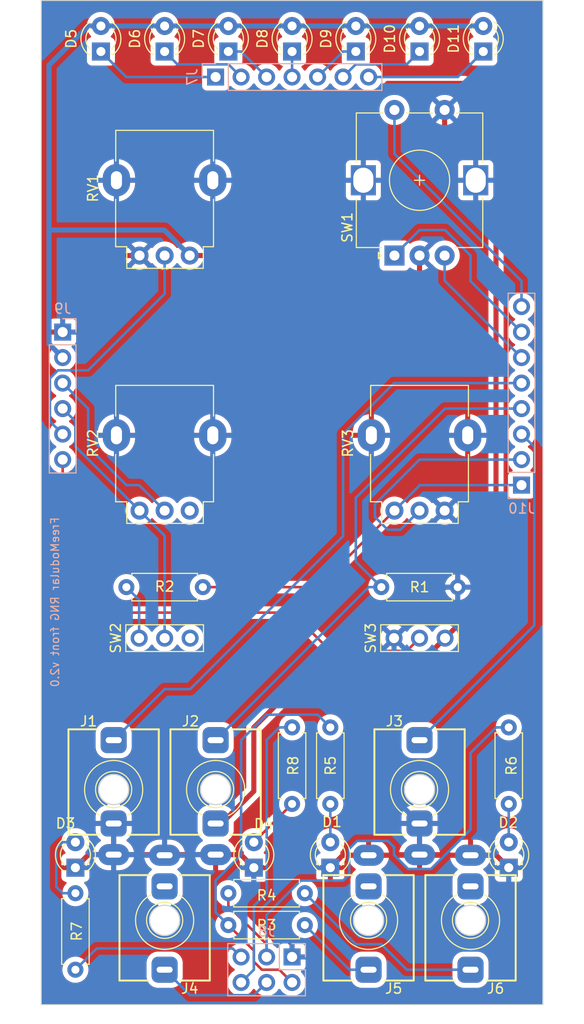
<source format=kicad_pcb>
(kicad_pcb (version 20221018) (generator pcbnew)
  (title_block (title "RNG") (date "2023-04-23") (rev "v2.0") (company "FreeModular"))
  (layers (0 "F.Cu" signal) (31 "B.Cu" signal) (34 "B.Paste" user) (35 "F.Paste" user) (36 "B.SilkS" user "B.Silkscreen") (37 "F.SilkS" user "F.Silkscreen") (38 "B.Mask" user) (39 "F.Mask" user) (44 "Edge.Cuts" user))
  (net 0 "")
  (net 1 "+5V")
  (net 2 "POT_RANDOM")
  (net 3 "GND")
  (net 5 "GAIN_B")
  (net 6 "GAIN_A")
  (net 7 "POT_BIAS")
  (net 8 "VREF_-5")
  (net 9 "RE_A")
  (net 10 "RE_B")
  (net 11 "RE_SWITCH")
  (net 12 "Net-(SW2-A)")
  (net 13 "TRIG_SWTICH")
  (net 14 "Net-(D1-A)")
  (net 15 "Net-(D2-A)")
  (net 16 "Net-(D3-A)")
  (net 17 "Net-(D4-A)")
  (net 18 "Net-(D5-K)")
  (net 19 "Net-(D6-K)")
  (net 20 "Net-(D7-K)")
  (net 21 "Net-(D8-K)")
  (net 22 "Net-(D9-K)")
  (net 23 "Net-(D10-K)")
  (net 24 "Net-(D11-K)")
  (net 25 "INPUT_CV_CLOCK")
  (net 26 "INPUT_CV_ENABLE")
  (net 27 "INPUT_CV_BIAS")
  (net 29 "RANDOM_OUT")
  (net 31 "Net-(J5-Pad3)")
  (net 33 "Net-(J6-Pad3)")
  (net 34 "GATE_A_OUT")
  (net 35 "GATE_B_OUT")
  (net 36 "TRIG_IN_LED")
  (net 37 "ENABLED_LED")
  (footprint "LED_THT:LED_D3.0mm" (layer "F.Cu") (at 54.61 137.16 90)
    (fp_text reference "D1" (at 4.554553 0.161669 180) (layer "F.SilkS"))
    (fp_text value "LED")
    (pad "1" thru_hole rect (at 0 0 90) (size 1.8 1.8) (drill 0.9) (layers "*.Cu" "*.Mask") (net 3 "GND"))
    (pad "2" thru_hole circle (at 2.54 0 90) (size 1.8 1.8) (drill 0.9) (layers "*.Cu" "*.Mask") (net 14 "Net-(D1-A)"))
  )
  (footprint "FreeModualr:THONKICONN" (layer "F.Cu") (at 38.1 142.4 180)
    (fp_text reference "J4" (at -2.5 -6.8) (layer "F.SilkS"))
    (fp_text value "THONKICONN")
    (fp_circle (center 0 0) (end -1.5 0) (stroke (width 0.12)) (fill none) (layer "Edge.Cuts"))
    (pad "1" thru_hole oval (at 0 6.48 180) (size 3.1 2.1) (drill oval 1.6 0.6) (layers "*.Cu" "*.Mask") (net 3 "GND"))
    (pad "2" thru_hole roundrect (at 0 3.38 180) (size 2.6 2.6) (drill oval 1.6 0.6) (layers "*.Cu" "*.Mask"))
    (pad "3" thru_hole roundrect (at 0 -4.92 180) (size 2.6 2.6) (drill oval 1.6 0.6) (layers "*.Cu" "*.Mask") (net 29 "RANDOM_OUT"))
  )
  (footprint "FreeModualr:Alpha_Potentiometer_Grounded" (layer "F.Cu") (at 61 101.6 90)
    (fp_text reference "RV3" (at 6.71 -4.64 90) (layer "F.SilkS"))
    (fp_text value "Linear 50k")
    (pad "1" thru_hole circle (at 0 0 180) (size 1.8 1.8) (drill 1) (layers "*.Cu" "*.Mask") (net 8 "VREF_-5"))
    (pad "2" thru_hole circle (at 0 2.5 180) (size 1.8 1.8) (drill 1) (layers "*.Cu" "*.Mask") (net 7 "POT_BIAS"))
    (pad "3" thru_hole circle (at 0 5 180) (size 1.8 1.8) (drill 1) (layers "*.Cu" "*.Mask") (net 3 "GND"))
    (pad "MP" thru_hole oval (at 7.5 -2.3 180) (size 2.72 3.24) (drill oval 1.1 1.8) (layers "*.Cu" "*.Mask") (net 3 "GND"))
    (pad "MP" thru_hole oval (at 7.5 7.3 180) (size 2.72 3.24) (drill oval 1.1 1.8) (layers "*.Cu" "*.Mask") (net 3 "GND"))
  )
  (footprint "LED_THT:LED_D3.0mm" (layer "F.Cu") (at 46.99 137.16 90)
    (fp_text reference "D4" (at 4.329269 0.997337 180) (layer "F.SilkS"))
    (fp_text value "LED")
    (pad "1" thru_hole rect (at 0 0 90) (size 1.8 1.8) (drill 0.9) (layers "*.Cu" "*.Mask") (net 3 "GND"))
    (pad "2" thru_hole circle (at 2.54 0 90) (size 1.8 1.8) (drill 0.9) (layers "*.Cu" "*.Mask") (net 17 "Net-(D4-A)"))
  )
  (footprint "FreeModualr:THONKICONN" (layer "F.Cu") (at 68.58 142.4 180)
    (fp_text reference "J6" (at -2.5 -6.8) (layer "F.SilkS"))
    (fp_text value "THONKICONN")
    (fp_circle (center 0 0) (end -1.5 0) (stroke (width 0.12)) (fill none) (layer "Edge.Cuts"))
    (pad "1" thru_hole oval (at 0 6.48 180) (size 3.1 2.1) (drill oval 1.6 0.6) (layers "*.Cu" "*.Mask") (net 3 "GND"))
    (pad "2" thru_hole roundrect (at 0 3.38 180) (size 2.6 2.6) (drill oval 1.6 0.6) (layers "*.Cu" "*.Mask"))
    (pad "3" thru_hole roundrect (at 0 -4.92 180) (size 2.6 2.6) (drill oval 1.6 0.6) (layers "*.Cu" "*.Mask") (net 33 "Net-(J6-Pad3)"))
  )
  (footprint "Rotary_Encoder:RotaryEncoder_Alps_EC12E-Switch_Vertical_H20mm" (layer "F.Cu") (at 61 76.2 90)
    (fp_text reference "SW1" (at 2.8 -4.7 90) (layer "F.SilkS"))
    (fp_text value "RotaryEncoder_Switch")
    (pad "A" thru_hole rect (at 0 0 90) (size 2 2) (drill 1) (layers "*.Cu" "*.Mask") (net 9 "RE_A"))
    (pad "B" thru_hole circle (at 0 5 90) (size 2 2) (drill 1) (layers "*.Cu" "*.Mask") (net 10 "RE_B"))
    (pad "C" thru_hole circle (at 0 2.5 90) (size 2 2) (drill 1) (layers "*.Cu" "*.Mask") (net 3 "GND"))
    (pad "MP" thru_hole rect (at 7.5 -3.1 90) (size 3 2.5) (drill oval 2.5 2) (layers "*.Cu" "*.Mask") (net 3 "GND"))
    (pad "MP" thru_hole rect (at 7.5 8.1 90) (size 3 2.5) (drill oval 2.5 2) (layers "*.Cu" "*.Mask") (net 3 "GND"))
    (pad "S1" thru_hole circle (at 14.5 0 90) (size 2 2) (drill 1) (layers "*.Cu" "*.Mask") (net 11 "RE_SWITCH"))
    (pad "S2" thru_hole circle (at 14.5 5 90) (size 2 2) (drill 1) (layers "*.Cu" "*.Mask") (net 3 "GND"))
  )
  (footprint "Resistor_THT:R_Axial_DIN0207_L6.3mm_D2.5mm_P7.62mm_Horizontal" (layer "F.Cu") (at 59.69 109.22)
    (fp_text reference "R1" (at 3.81 0) (layer "F.SilkS"))
    (fp_text value "100k")
    (pad "1" thru_hole circle (at 0 0) (size 1.6 1.6) (drill 0.8) (layers "*.Cu" "*.Mask") (net 26 "INPUT_CV_ENABLE"))
    (pad "2" thru_hole oval (at 7.62 0) (size 1.6 1.6) (drill 0.8) (layers "*.Cu" "*.Mask") (net 3 "GND"))
  )
  (footprint "FreeModualr:Alpha_Potentiometer_Grounded" (layer "F.Cu") (at 35.6 76.2 90)
    (fp_text reference "RV1" (at 6.71 -4.64 90) (layer "F.SilkS"))
    (fp_text value "Linear 50k")
    (pad "1" thru_hole circle (at 0 0 180) (size 1.8 1.8) (drill 1) (layers "*.Cu" "*.Mask") (net 3 "GND"))
    (pad "2" thru_hole circle (at 0 2.5 180) (size 1.8 1.8) (drill 1) (layers "*.Cu" "*.Mask") (net 2 "POT_RANDOM"))
    (pad "3" thru_hole circle (at 0 5 180) (size 1.8 1.8) (drill 1) (layers "*.Cu" "*.Mask") (net 1 "+5V"))
    (pad "MP" thru_hole oval (at 7.5 -2.3 180) (size 2.72 3.24) (drill oval 1.1 1.8) (layers "*.Cu" "*.Mask") (net 3 "GND"))
    (pad "MP" thru_hole oval (at 7.5 7.3 180) (size 2.72 3.24) (drill oval 1.1 1.8) (layers "*.Cu" "*.Mask") (net 3 "GND"))
  )
  (footprint "LED_THT:LED_D3.0mm" (layer "F.Cu") (at 29.21 137.16 90)
    (fp_text reference "D3" (at 4.411259 -0.983878 180) (layer "F.SilkS"))
    (fp_text value "LED")
    (pad "1" thru_hole rect (at 0 0 90) (size 1.8 1.8) (drill 0.9) (layers "*.Cu" "*.Mask") (net 3 "GND"))
    (pad "2" thru_hole circle (at 2.54 0 90) (size 1.8 1.8) (drill 0.9) (layers "*.Cu" "*.Mask") (net 16 "Net-(D3-A)"))
  )
  (footprint "LED_THT:LED_D3.0mm" (layer "F.Cu") (at 63.5 55.88 90)
    (fp_text reference "D10" (at 1.27 -2.96 90) (layer "F.SilkS"))
    (fp_text value "LED")
    (pad "1" thru_hole rect (at 0 0 90) (size 1.8 1.8) (drill 0.9) (layers "*.Cu" "*.Mask") (net 23 "Net-(D10-K)"))
    (pad "2" thru_hole circle (at 2.54 0 90) (size 1.8 1.8) (drill 0.9) (layers "*.Cu" "*.Mask") (net 1 "+5V"))
  )
  (footprint "Resistor_THT:R_Axial_DIN0207_L6.3mm_D2.5mm_P7.62mm_Horizontal" (layer "F.Cu") (at 72.39 123.19 -90)
    (fp_text reference "R6" (at 3.81 -0.265 90) (layer "F.SilkS"))
    (fp_text value "1k")
    (pad "1" thru_hole circle (at 0 0 270) (size 1.6 1.6) (drill 0.8) (layers "*.Cu" "*.Mask") (net 35 "GATE_B_OUT"))
    (pad "2" thru_hole oval (at 7.62 0 270) (size 1.6 1.6) (drill 0.8) (layers "*.Cu" "*.Mask") (net 15 "Net-(D2-A)"))
  )
  (footprint "Resistor_THT:R_Axial_DIN0207_L6.3mm_D2.5mm_P7.62mm_Horizontal" (layer "F.Cu") (at 50.8 123.19 -90)
    (fp_text reference "R8" (at 3.81 -0.11 90) (layer "F.SilkS"))
    (fp_text value "1k")
    (pad "1" thru_hole circle (at 0 0 270) (size 1.6 1.6) (drill 0.8) (layers "*.Cu" "*.Mask") (net 37 "ENABLED_LED"))
    (pad "2" thru_hole oval (at 7.62 0 270) (size 1.6 1.6) (drill 0.8) (layers "*.Cu" "*.Mask") (net 17 "Net-(D4-A)"))
  )
  (footprint "Resistor_THT:R_Axial_DIN0207_L6.3mm_D2.5mm_P7.62mm_Horizontal" (layer "F.Cu") (at 41.91 109.22 180)
    (fp_text reference "R2" (at 3.81 0.06) (layer "F.SilkS"))
    (fp_text value "100k")
    (pad "1" thru_hole circle (at 0 0 180) (size 1.6 1.6) (drill 0.8) (layers "*.Cu" "*.Mask") (net 8 "VREF_-5"))
    (pad "2" thru_hole oval (at 7.62 0 180) (size 1.6 1.6) (drill 0.8) (layers "*.Cu" "*.Mask") (net 12 "Net-(SW2-A)"))
  )
  (footprint "LED_THT:LED_D3.0mm" (layer "F.Cu") (at 38.1 55.88 90)
    (fp_text reference "D6" (at 1.27 -2.96 90) (layer "F.SilkS"))
    (fp_text value "LED")
    (pad "1" thru_hole rect (at 0 0 90) (size 1.8 1.8) (drill 0.9) (layers "*.Cu" "*.Mask") (net 19 "Net-(D6-K)"))
    (pad "2" thru_hole circle (at 2.54 0 90) (size 1.8 1.8) (drill 0.9) (layers "*.Cu" "*.Mask") (net 1 "+5V"))
  )
  (footprint "FreeModualr:THONKICONN" (layer "F.Cu") (at 33.02 129.38)
    (fp_text reference "J1" (at -2.5 -6.8) (layer "F.SilkS"))
    (fp_text value "THONKICONN")
    (fp_circle (center 0 0) (end -1.5 0) (stroke (width 0.12)) (fill none) (layer "Edge.Cuts"))
    (pad "1" thru_hole oval (at 0 6.48) (size 3.1 2.1) (drill oval 1.6 0.6) (layers "*.Cu" "*.Mask") (net 3 "GND"))
    (pad "2" thru_hole roundrect (at 0 3.38) (size 2.6 2.6) (drill oval 1.6 0.6) (layers "*.Cu" "*.Mask") (net 3 "GND"))
    (pad "3" thru_hole roundrect (at 0 -4.92) (size 2.6 2.6) (drill oval 1.6 0.6) (layers "*.Cu" "*.Mask") (net 25 "INPUT_CV_CLOCK"))
  )
  (footprint "FreeModualr:Alpha_Potentiometer_Grounded" (layer "F.Cu") (at 35.6 101.6 90)
    (fp_text reference "RV2" (at 6.71 -4.64 90) (layer "F.SilkS"))
    (fp_text value "Linear 50k")
    (pad "1" thru_hole circle (at 0 0 180) (size 1.8 1.8) (drill 1) (layers "*.Cu" "*.Mask") (net 6 "GAIN_A"))
    (pad "2" thru_hole circle (at 0 2.5 180) (size 1.8 1.8) (drill 1) (layers "*.Cu" "*.Mask") (net 5 "GAIN_B"))
    (pad "3" thru_hole circle (at 0 5 180) (size 1.8 1.8) (drill 1) (layers "*.Cu" "*.Mask"))
    (pad "MP" thru_hole oval (at 7.5 -2.3 180) (size 2.72 3.24) (drill oval 1.1 1.8) (layers "*.Cu" "*.Mask") (net 3 "GND"))
    (pad "MP" thru_hole oval (at 7.5 7.3 180) (size 2.72 3.24) (drill oval 1.1 1.8) (layers "*.Cu" "*.Mask") (net 3 "GND"))
  )
  (footprint "LED_THT:LED_D3.0mm" (layer "F.Cu") (at 31.75 55.88 90)
    (fp_text reference "D5" (at 1.27 -2.96 90) (layer "F.SilkS"))
    (fp_text value "LED")
    (pad "1" thru_hole rect (at 0 0 90) (size 1.8 1.8) (drill 0.9) (layers "*.Cu" "*.Mask") (net 18 "Net-(D5-K)"))
    (pad "2" thru_hole circle (at 2.54 0 90) (size 1.8 1.8) (drill 0.9) (layers "*.Cu" "*.Mask") (net 1 "+5V"))
  )
  (footprint "LED_THT:LED_D3.0mm" (layer "F.Cu") (at 72.39 137.16 90)
    (fp_text reference "D2" (at 4.493249 -0.051703 180) (layer "F.SilkS"))
    (fp_text value "LED")
    (pad "1" thru_hole rect (at 0 0 90) (size 1.8 1.8) (drill 0.9) (layers "*.Cu" "*.Mask") (net 3 "GND"))
    (pad "2" thru_hole circle (at 2.54 0 90) (size 1.8 1.8) (drill 0.9) (layers "*.Cu" "*.Mask") (net 15 "Net-(D2-A)"))
  )
  (footprint "Resistor_THT:R_Axial_DIN0207_L6.3mm_D2.5mm_P7.62mm_Horizontal" (layer "F.Cu") (at 44.45 139.7)
    (fp_text reference "R4" (at 3.81 0.215) (layer "F.SilkS"))
    (fp_text value "1k")
    (pad "1" thru_hole circle (at 0 0) (size 1.6 1.6) (drill 0.8) (layers "*.Cu" "*.Mask") (net 35 "GATE_B_OUT"))
    (pad "2" thru_hole oval (at 7.62 0) (size 1.6 1.6) (drill 0.8) (layers "*.Cu" "*.Mask") (net 33 "Net-(J6-Pad3)"))
  )
  (footprint "LED_THT:LED_D3.0mm" (layer "F.Cu") (at 69.85 55.88 90)
    (fp_text reference "D11" (at 1.27 -2.96 90) (layer "F.SilkS"))
    (fp_text value "LED")
    (pad "1" thru_hole rect (at 0 0 90) (size 1.8 1.8) (drill 0.9) (layers "*.Cu" "*.Mask") (net 24 "Net-(D11-K)"))
    (pad "2" thru_hole circle (at 2.54 0 90) (size 1.8 1.8) (drill 0.9) (layers "*.Cu" "*.Mask") (net 1 "+5V"))
  )
  (footprint "Resistor_THT:R_Axial_DIN0207_L6.3mm_D2.5mm_P7.62mm_Horizontal" (layer "F.Cu") (at 44.45 142.875)
    (fp_text reference "R3" (at 3.81 0) (layer "F.SilkS"))
    (fp_text value "1k")
    (pad "1" thru_hole circle (at 0 0) (size 1.6 1.6) (drill 0.8) (layers "*.Cu" "*.Mask") (net 34 "GATE_A_OUT"))
    (pad "2" thru_hole oval (at 7.62 0) (size 1.6 1.6) (drill 0.8) (layers "*.Cu" "*.Mask") (net 31 "Net-(J5-Pad3)"))
  )
  (footprint "FreeModualr:THONKICONN" (layer "F.Cu") (at 58.42 142.4 180)
    (fp_text reference "J5" (at -2.5 -6.8) (layer "F.SilkS"))
    (fp_text value "THONKICONN")
    (fp_circle (center 0 0) (end -1.5 0) (stroke (width 0.12)) (fill none) (layer "Edge.Cuts"))
    (pad "1" thru_hole oval (at 0 6.48 180) (size 3.1 2.1) (drill oval 1.6 0.6) (layers "*.Cu" "*.Mask") (net 3 "GND"))
    (pad "2" thru_hole roundrect (at 0 3.38 180) (size 2.6 2.6) (drill oval 1.6 0.6) (layers "*.Cu" "*.Mask"))
    (pad "3" thru_hole roundrect (at 0 -4.92 180) (size 2.6 2.6) (drill oval 1.6 0.6) (layers "*.Cu" "*.Mask") (net 31 "Net-(J5-Pad3)"))
  )
  (footprint "LED_THT:LED_D3.0mm" (layer "F.Cu") (at 50.8 55.88 90)
    (fp_text reference "D8" (at 1.27 -2.96 90) (layer "F.SilkS"))
    (fp_text value "LED")
    (pad "1" thru_hole rect (at 0 0 90) (size 1.8 1.8) (drill 0.9) (layers "*.Cu" "*.Mask") (net 21 "Net-(D8-K)"))
    (pad "2" thru_hole circle (at 2.54 0 90) (size 1.8 1.8) (drill 0.9) (layers "*.Cu" "*.Mask") (net 1 "+5V"))
  )
  (footprint "Resistor_THT:R_Axial_DIN0207_L6.3mm_D2.5mm_P7.62mm_Horizontal" (layer "F.Cu") (at 54.61 123.19 -90)
    (fp_text reference "R5" (at 3.81 -0.025 90) (layer "F.SilkS"))
    (fp_text value "1k")
    (pad "1" thru_hole circle (at 0 0 270) (size 1.6 1.6) (drill 0.8) (layers "*.Cu" "*.Mask") (net 34 "GATE_A_OUT"))
    (pad "2" thru_hole oval (at 7.62 0 270) (size 1.6 1.6) (drill 0.8) (layers "*.Cu" "*.Mask") (net 14 "Net-(D1-A)"))
  )
  (footprint "FreeModualr:THONKICONN" (layer "F.Cu") (at 63.5 129.38)
    (fp_text reference "J3" (at -2.5 -6.8) (layer "F.SilkS"))
    (fp_text value "THONKICONN")
    (fp_circle (center 0 0) (end -1.5 0) (stroke (width 0.12)) (fill none) (layer "Edge.Cuts"))
    (pad "1" thru_hole oval (at 0 6.48) (size 3.1 2.1) (drill oval 1.6 0.6) (layers "*.Cu" "*.Mask") (net 3 "GND"))
    (pad "2" thru_hole roundrect (at 0 3.38) (size 2.6 2.6) (drill oval 1.6 0.6) (layers "*.Cu" "*.Mask") (net 3 "GND"))
    (pad "3" thru_hole roundrect (at 0 -4.92) (size 2.6 2.6) (drill oval 1.6 0.6) (layers "*.Cu" "*.Mask") (net 27 "INPUT_CV_BIAS"))
  )
  (footprint "LED_THT:LED_D3.0mm" (layer "F.Cu") (at 57.15 55.88 90)
    (fp_text reference "D9" (at 1.27 -2.96 90) (layer "F.SilkS"))
    (fp_text value "LED")
    (pad "1" thru_hole rect (at 0 0 90) (size 1.8 1.8) (drill 0.9) (layers "*.Cu" "*.Mask") (net 22 "Net-(D9-K)"))
    (pad "2" thru_hole circle (at 2.54 0 90) (size 1.8 1.8) (drill 0.9) (layers "*.Cu" "*.Mask") (net 1 "+5V"))
  )
  (footprint "FreeModualr:TAIWAY 200CWMSP1T3B4M2" (layer "F.Cu") (at 35.56 114.3 90)
    (fp_text reference "SW2" (at 0 -2.33 90) (layer "F.SilkS"))
    (fp_text value "TAIWAY 200CWMSP1T3B4M2")
    (pad "1" thru_hole circle (at 0 0 90) (size 1.7 1.7) (drill 1) (layers "*.Cu" "*.Mask") (net 12 "Net-(SW2-A)"))
    (pad "2" thru_hole oval (at 0 2.54 90) (size 1.7 1.7) (drill 1) (layers "*.Cu" "*.Mask") (net 6 "GAIN_A"))
    (pad "3" thru_hole oval (at 0 5.08 90) (size 1.7 1.7) (drill 1) (layers "*.Cu" "*.Mask"))
  )
  (footprint "LED_THT:LED_D3.0mm" (layer "F.Cu") (at 44.45 55.88 90)
    (fp_text reference "D7" (at 1.27 -2.96 90) (layer "F.SilkS"))
    (fp_text value "LED")
    (pad "1" thru_hole rect (at 0 0 90) (size 1.8 1.8) (drill 0.9) (layers "*.Cu" "*.Mask") (net 20 "Net-(D7-K)"))
    (pad "2" thru_hole circle (at 2.54 0 90) (size 1.8 1.8) (drill 0.9) (layers "*.Cu" "*.Mask") (net 1 "+5V"))
  )
  (footprint "Resistor_THT:R_Axial_DIN0207_L6.3mm_D2.5mm_P7.62mm_Horizontal" (layer "F.Cu") (at 29.21 147.32 90)
    (fp_text reference "R7" (at 3.81 0.13 90) (layer "F.SilkS"))
    (fp_text value "1k")
    (pad "1" thru_hole circle (at 0 0 90) (size 1.6 1.6) (drill 0.8) (layers "*.Cu" "*.Mask") (net 36 "TRIG_IN_LED"))
    (pad "2" thru_hole oval (at 7.62 0 90) (size 1.6 1.6) (drill 0.8) (layers "*.Cu" "*.Mask") (net 16 "Net-(D3-A)"))
  )
  (footprint "FreeModualr:THONKICONN" (layer "F.Cu") (at 43.18 129.38)
    (fp_text reference "J2" (at -2.5 -6.8) (layer "F.SilkS"))
    (fp_text value "THONKICONN")
    (fp_circle (center 0 0) (end -1.5 0) (stroke (width 0.12)) (fill none) (layer "Edge.Cuts"))
    (pad "1" thru_hole oval (at 0 6.48) (size 3.1 2.1) (drill oval 1.6 0.6) (layers "*.Cu" "*.Mask") (net 3 "GND"))
    (pad "2" thru_hole roundrect (at 0 3.38) (size 2.6 2.6) (drill oval 1.6 0.6) (layers "*.Cu" "*.Mask") (net 1 "+5V"))
    (pad "3" thru_hole roundrect (at 0 -4.92) (size 2.6 2.6) (drill oval 1.6 0.6) (layers "*.Cu" "*.Mask") (net 26 "INPUT_CV_ENABLE"))
  )
  (footprint "FreeModualr:TAIWAY 200CWMSP1T3B4M2" (layer "F.Cu") (at 60.96 114.3 90)
    (fp_text reference "SW3" (at 0 -2.33 90) (layer "F.SilkS"))
    (fp_text value "TAIWAY 200CWMSP1T3B4M2")
    (pad "1" thru_hole circle (at 0 0 90) (size 1.7 1.7) (drill 1) (layers "*.Cu" "*.Mask") (net 3 "GND"))
    (pad "2" thru_hole oval (at 0 2.54 90) (size 1.7 1.7) (drill 1) (layers "*.Cu" "*.Mask") (net 13 "TRIG_SWTICH"))
    (pad "3" thru_hole oval (at 0 5.08 90) (size 1.7 1.7) (drill 1) (layers "*.Cu" "*.Mask") (net 1 "+5V"))
  )
  (footprint "Connector_PinHeader_2.54mm:PinHeader_2x03_P2.54mm_Vertical" (layer "B.Cu") (at 50.8 146.05 90)
    (fp_text reference "J8" (at 2.54 -2.54) (layer "B.SilkS") (effects (justify mirror)))
    (fp_text value "Conn_02x03_Pin")
    (pad "1" thru_hole rect (at 0 0 90) (size 1.7 1.7) (drill 1) (layers "*.Cu" "*.Mask") (net 3 "GND"))
    (pad "2" thru_hole oval (at -2.54 0 90) (size 1.7 1.7) (drill 1) (layers "*.Cu" "*.Mask") (net 34 "GATE_A_OUT"))
    (pad "3" thru_hole oval (at 0 -2.54 90) (size 1.7 1.7) (drill 1) (layers "*.Cu" "*.Mask") (net 35 "GATE_B_OUT"))
    (pad "4" thru_hole oval (at -2.54 -2.54 90) (size 1.7 1.7) (drill 1) (layers "*.Cu" "*.Mask") (net 29 "RANDOM_OUT"))
    (pad "5" thru_hole oval (at 0 -5.08 90) (size 1.7 1.7) (drill 1) (layers "*.Cu" "*.Mask") (net 36 "TRIG_IN_LED"))
    (pad "6" thru_hole oval (at -2.54 -5.08 90) (size 1.7 1.7) (drill 1) (layers "*.Cu" "*.Mask") (net 37 "ENABLED_LED"))
  )
  (footprint "Connector_PinHeader_2.54mm:PinHeader_1x07_P2.54mm_Vertical" (layer "B.Cu") (at 43.18 58.42 -90)
    (fp_text reference "J7" (at 0 2.33 90) (layer "B.SilkS") (effects (justify mirror)))
    (fp_text value "Conn_01x07_Pin")
    (pad "1" thru_hole rect (at 0 0 270) (size 1.7 1.7) (drill 1) (layers "*.Cu" "*.Mask") (net 18 "Net-(D5-K)"))
    (pad "2" thru_hole oval (at 0 -2.54 270) (size 1.7 1.7) (drill 1) (layers "*.Cu" "*.Mask") (net 19 "Net-(D6-K)"))
    (pad "3" thru_hole oval (at 0 -5.08 270) (size 1.7 1.7) (drill 1) (layers "*.Cu" "*.Mask") (net 20 "Net-(D7-K)"))
    (pad "4" thru_hole oval (at 0 -7.62 270) (size 1.7 1.7) (drill 1) (layers "*.Cu" "*.Mask") (net 21 "Net-(D8-K)"))
    (pad "5" thru_hole oval (at 0 -10.16 270) (size 1.7 1.7) (drill 1) (layers "*.Cu" "*.Mask") (net 22 "Net-(D9-K)"))
    (pad "6" thru_hole oval (at 0 -12.7 270) (size 1.7 1.7) (drill 1) (layers "*.Cu" "*.Mask") (net 23 "Net-(D10-K)"))
    (pad "7" thru_hole oval (at 0 -15.24 270) (size 1.7 1.7) (drill 1) (layers "*.Cu" "*.Mask") (net 24 "Net-(D11-K)"))
  )
  (footprint "Connector_PinHeader_2.54mm:PinHeader_1x06_P2.54mm_Vertical" (layer "B.Cu") (at 27.94 83.82 180)
    (fp_text reference "J9" (at 0 2.33) (layer "B.SilkS") (effects (justify mirror)))
    (fp_text value "Conn_01x06_Pin")
    (pad "1" thru_hole rect (at 0 0 180) (size 1.7 1.7) (drill 1) (layers "*.Cu" "*.Mask") (net 3 "GND"))
    (pad "2" thru_hole oval (at 0 -2.54 180) (size 1.7 1.7) (drill 1) (layers "*.Cu" "*.Mask") (net 1 "+5V"))
    (pad "3" thru_hole oval (at 0 -5.08 180) (size 1.7 1.7) (drill 1) (layers "*.Cu" "*.Mask") (net 5 "GAIN_B"))
    (pad "4" thru_hole oval (at 0 -7.62 180) (size 1.7 1.7) (drill 1) (layers "*.Cu" "*.Mask") (net 6 "GAIN_A"))
    (pad "5" thru_hole oval (at 0 -10.16 180) (size 1.7 1.7) (drill 1) (layers "*.Cu" "*.Mask") (net 2 "POT_RANDOM"))
    (pad "6" thru_hole oval (at 0 -12.7 180) (size 1.7 1.7) (drill 1) (layers "*.Cu" "*.Mask") (net 13 "TRIG_SWTICH"))
  )
  (footprint "Connector_PinHeader_2.54mm:PinHeader_1x08_P2.54mm_Vertical" (layer "B.Cu") (at 73.66 99.06)
    (fp_text reference "J10" (at 0 2.33) (layer "B.SilkS") (effects (justify mirror)))
    (fp_text value "Conn_01x08_Pin")
    (pad "1" thru_hole rect (at 0 0) (size 1.7 1.7) (drill 1) (layers "*.Cu" "*.Mask") (net 8 "VREF_-5"))
    (pad "2" thru_hole oval (at 0 -2.54) (size 1.7 1.7) (drill 1) (layers "*.Cu" "*.Mask") (net 7 "POT_BIAS"))
    (pad "3" thru_hole oval (at 0 -5.08) (size 1.7 1.7) (drill 1) (layers "*.Cu" "*.Mask") (net 27 "INPUT_CV_BIAS"))
    (pad "4" thru_hole oval (at 0 -7.62) (size 1.7 1.7) (drill 1) (layers "*.Cu" "*.Mask") (net 26 "INPUT_CV_ENABLE"))
    (pad "5" thru_hole oval (at 0 -10.16) (size 1.7 1.7) (drill 1) (layers "*.Cu" "*.Mask") (net 25 "INPUT_CV_CLOCK"))
    (pad "6" thru_hole oval (at 0 -12.7) (size 1.7 1.7) (drill 1) (layers "*.Cu" "*.Mask") (net 10 "RE_B"))
    (pad "7" thru_hole oval (at 0 -15.24) (size 1.7 1.7) (drill 1) (layers "*.Cu" "*.Mask") (net 9 "RE_A"))
    (pad "8" thru_hole oval (at 0 -17.78) (size 1.7 1.7) (drill 1) (layers "*.Cu" "*.Mask") (net 11 "RE_SWITCH"))
  )
  (gr_line (start 25.8 50.8) (end 25.8 150.8) (stroke (width 0.1)) (layer "Edge.Cuts"))
  (gr_line (start 25.8 150.8) (end 75.8 150.8) (stroke (width 0.1)) (layer "Edge.Cuts"))
  (gr_line (start 25.8 50.8) (end 50.8 50.8) (stroke (width 0.1)) (layer "Edge.Cuts"))
  (gr_line (start 75.8 50.8) (end 75.8 150.8) (stroke (width 0.1)) (layer "Edge.Cuts"))
  (gr_line (start 50.8 50.8) (end 75.8 50.8) (stroke (width 0.1)) (layer "Edge.Cuts"))
  (gr_text "FreeModular RNG front v2.0" (at 27.646285 102.181344 90) (layer "B.SilkS") (effects (font (size 0.8 0.8) (thickness 0.12)) (justify left bottom mirror)))
  (segment (start 63.5 116.84) (end 66.04 114.3) (width 0.508) (layer "F.Cu") (net 1))
  (segment (start 67.945 59.055) (end 60.325 59.055) (width 0.508) (layer "F.Cu") (net 1))
  (segment (start 71.12 109.22) (end 71.12 62.23) (width 0.508) (layer "F.Cu") (net 1))
  (segment (start 66.04 114.3) (end 71.12 109.22) (width 0.508) (layer "F.Cu") (net 1))
  (segment (start 46.99 123.19) (end 53.34 116.84) (width 0.508) (layer "F.Cu") (net 1))
  (segment (start 43.77 132.76) (end 46.99 129.54) (width 0.508) (layer "F.Cu") (net 1))
  (segment (start 60.325 59.055) (end 43.18 76.2) (width 0.508) (layer "F.Cu") (net 1))
  (segment (start 53.34 116.84) (end 63.5 116.84) (width 0.508) (layer "F.Cu") (net 1))
  (segment (start 46.99 129.54) (end 46.99 123.19) (width 0.508) (layer "F.Cu") (net 1))
  (segment (start 71.12 62.23) (end 67.945 59.055) (width 0.508) (layer "F.Cu") (net 1))
  (segment (start 43.18 76.2) (end 40.6 76.2) (width 0.508) (layer "F.Cu") (net 1))
  (segment (start 40.6 76.2) (end 38.06 73.66) (width 0.508) (layer "B.Cu") (net 1))
  (segment (start 43.18 132.76) (end 43.77 132.76) (width 0.508) (layer "B.Cu") (net 1))
  (segment (start 26.582 73.66) (end 26.582 85.002) (width 0.508) (layer "B.Cu") (net 1))
  (segment (start 69.85 53.34) (end 63.5 53.34) (width 0.508) (layer "B.Cu") (net 1))
  (segment (start 26.582 57.238) (end 26.582 73.66) (width 0.508) (layer "B.Cu") (net 1))
  (segment (start 57.15 53.34) (end 63.5 53.34) (width 0.508) (layer "B.Cu") (net 1))
  (segment (start 38.1 53.34) (end 31.75 53.34) (width 0.508) (layer "B.Cu") (net 1))
  (segment (start 50.8 53.34) (end 44.45 53.34) (width 0.508) (layer "B.Cu") (net 1))
  (segment (start 38.06 73.66) (end 26.582 73.66) (width 0.508) (layer "B.Cu") (net 1))
  (segment (start 26.582 85.002) (end 27.94 86.36) (width 0.508) (layer "B.Cu") (net 1))
  (segment (start 44.45 53.34) (end 38.1 53.34) (width 0.508) (layer "B.Cu") (net 1))
  (segment (start 30.48 53.34) (end 26.582 57.238) (width 0.508) (layer "B.Cu") (net 1))
  (segment (start 57.15 53.34) (end 50.8 53.34) (width 0.508) (layer "B.Cu") (net 1))
  (segment (start 31.75 53.34) (end 30.48 53.34) (width 0.508) (layer "B.Cu") (net 1))
  (segment (start 27.94 93.98) (end 26.67 92.71) (width 0.254) (layer "B.Cu") (net 2))
  (segment (start 30.48 87.63) (end 38.1 80.01) (width 0.254) (layer "B.Cu") (net 2))
  (segment (start 27.469103 87.63) (end 30.48 87.63) (width 0.254) (layer "B.Cu") (net 2))
  (segment (start 26.67 88.429103) (end 27.469103 87.63) (width 0.254) (layer "B.Cu") (net 2))
  (segment (start 38.1 80.01) (end 38.1 76.2) (width 0.254) (layer "B.Cu") (net 2))
  (segment (start 26.67 92.71) (end 26.67 88.429103) (width 0.254) (layer "B.Cu") (net 2))
  (segment (start 33.02 132.76) (end 33.02 135.86) (width 0.508) (layer "F.Cu") (net 3))
  (segment (start 33.02 76.2) (end 35.56 76.2) (width 0.508) (layer "F.Cu") (net 3))
  (segment (start 66 73.7) (end 66 61.7) (width 0.508) (layer "F.Cu") (net 3))
  (segment (start 38.1 78.74) (end 63.5 78.74) (width 0.508) (layer "F.Cu") (net 3))
  (segment (start 63.5 76.2) (end 63.5 78.74) (width 0.508) (layer "F.Cu") (net 3))
  (segment (start 33.02 135.86) (end 38.04 135.86) (width 0.508) (layer "F.Cu") (net 3))
  (segment (start 63.5 76.2) (end 66 73.7) (width 0.508) (layer "F.Cu") (net 3))
  (segment (start 38.04 135.86) (end 38.1 135.92) (width 0.508) (layer "F.Cu") (net 3))
  (segment (start 63.44 135.92) (end 63.5 135.86) (width 0.508) (layer "F.Cu") (net 3))
  (segment (start 33.02 135.86) (end 30.51 135.86) (width 0.508) (layer "F.Cu") (net 3))
  (segment (start 67.31 109.22) (end 66.04 109.22) (width 0.508) (layer "F.Cu") (net 3))
  (segment (start 67.31 102.91) (end 66 101.6) (width 0.508) (layer "F.Cu") (net 3))
  (segment (start 27.94 83.82) (end 27.94 81.28) (width 0.508) (layer "F.Cu") (net 3))
  (segment (start 63.5 132.76) (end 63.5 135.86) (width 0.508) (layer "F.Cu") (net 3))
  (segment (start 38.16 135.86) (end 38.1 135.92) (width 0.508) (layer "F.Cu") (net 3))
  (segment (start 35.6 76.2) (end 38.1 78.7) (width 0.508) (layer "F.Cu") (net 3))
  (segment (start 68.58 135.92) (end 71.15 135.92) (width 0.508) (layer "F.Cu") (net 3))
  (segment (start 43.18 135.86) (end 45.69 135.86) (width 0.508) (layer "F.Cu") (net 3))
  (segment (start 46.99 137.16) (end 54.61 137.16) (width 0.508) (layer "F.Cu") (net 3))
  (segment (start 50.8 146.05) (end 50.8 144.78) (width 0.508) (layer "F.Cu") (net 3))
  (segment (start 43.18 135.86) (end 38.16 135.86) (width 0.508) (layer "F.Cu") (net 3))
  (segment (start 63.5 78.74) (end 63.5 99.1) (width 0.508) (layer "F.Cu") (net 3))
  (segment (start 58.42 135.92) (end 63.44 135.92) (width 0.508) (layer "F.Cu") (net 3))
  (segment (start 38.1 78.7) (end 38.1 78.74) (width 0.508) (layer "F.Cu") (net 3))
  (segment (start 55.85 135.92) (end 54.61 137.16) (width 0.508) (layer "F.Cu") (net 3))
  (segment (start 46.99 140.97) (end 46.99 137.16) (width 0.508) (layer "F.Cu") (net 3))
  (segment (start 50.8 144.78) (end 46.99 140.97) (width 0.508) (layer "F.Cu") (net 3))
  (segment (start 66.04 109.22) (end 60.96 114.3) (width 0.508) (layer "F.Cu") (net 3))
  (segment (start 63.56 135.92) (end 63.5 135.86) (width 0.508) (layer "F.Cu") (net 3))
  (segment (start 27.94 81.28) (end 33.02 76.2) (width 0.508) (layer "F.Cu") (net 3))
  (segment (start 58.42 135.92) (end 55.85 135.92) (width 0.508) (layer "F.Cu") (net 3))
  (segment (start 71.15 135.92) (end 72.39 137.16) (width 0.508) (layer "F.Cu") (net 3))
  (segment (start 30.51 135.86) (end 29.21 137.16) (width 0.508) (layer "F.Cu") (net 3))
  (segment (start 45.69 135.86) (end 46.99 137.16) (width 0.508) (layer "F.Cu") (net 3))
  (segment (start 67.31 109.22) (end 67.31 102.91) (width 0.508) (layer "F.Cu") (net 3))
  (segment (start 68.58 135.92) (end 63.56 135.92) (width 0.508) (layer "F.Cu") (net 3))
  (segment (start 63.5 99.1) (end 66 101.6) (width 0.508) (layer "F.Cu") (net 3))
  (segment (start 60.96 130.22) (end 63.5 132.76) (width 0.508) (layer "B.Cu") (net 3))
  (segment (start 60.96 114.3) (end 60.96 130.22) (width 0.508) (layer "B.Cu") (net 3))
  (segment (start 30.48 91.44) (end 27.94 88.9) (width 0.254) (layer "B.Cu") (net 5))
  (segment (start 30.48 95.25) (end 30.48 91.44) (width 0.254) (layer "B.Cu") (net 5))
  (segment (start 35.56 99.06) (end 34.29 99.06) (width 0.254) (layer "B.Cu") (net 5))
  (segment (start 34.29 99.06) (end 30.48 95.25) (width 0.254) (layer "B.Cu") (net 5))
  (segment (start 38.1 101.6) (end 35.56 99.06) (width 0.254) (layer "B.Cu") (net 5))
  (segment (start 29.21 92.71) (end 29.21 95.21) (width 0.254) (layer "B.Cu") (net 6))
  (segment (start 29.21 95.21) (end 35.6 101.6) (width 0.254) (layer "B.Cu") (net 6))
  (segment (start 38.1 114.3) (end 38.1 104.1) (width 0.254) (layer "B.Cu") (net 6))
  (segment (start 38.1 104.1) (end 35.6 101.6) (width 0.254) (layer "B.Cu") (net 6))
  (segment (start 27.94 91.44) (end 29.21 92.71) (width 0.254) (layer "B.Cu") (net 6))
  (segment (start 60.325 103.505) (end 59.055 102.235) (width 0.254) (layer "B.Cu") (net 7))
  (segment (start 59.055 102.235) (end 59.055 100.965) (width 0.254) (layer "B.Cu") (net 7))
  (segment (start 63.5 101.6) (end 61.595 103.505) (width 0.254) (layer "B.Cu") (net 7))
  (segment (start 61.595 103.505) (end 60.325 103.505) (width 0.254) (layer "B.Cu") (net 7))
  (segment (start 59.055 100.965) (end 63.5 96.52) (width 0.254) (layer "B.Cu") (net 7))
  (segment (start 63.5 96.52) (end 73.66 96.52) (width 0.254) (layer "B.Cu") (net 7))
  (segment (start 41.91 109.22) (end 53.38 109.22) (width 0.254) (layer "F.Cu") (net 8))
  (segment (start 53.38 109.22) (end 61 101.6) (width 0.254) (layer "F.Cu") (net 8))
  (segment (start 63.5 99.06) (end 73.66 99.06) (width 0.254) (layer "B.Cu") (net 8))
  (segment (start 63.5 99.1) (end 63.5 99.06) (width 0.254) (layer "B.Cu") (net 8))
  (segment (start 61 101.6) (end 63.5 99.1) (width 0.254) (layer "B.Cu") (net 8))
  (segment (start 63.5 73.66) (end 61 76.16) (width 0.254) (layer "B.Cu") (net 9))
  (segment (start 66.04 73.66) (end 63.5 73.66) (width 0.254) (layer "B.Cu") (net 9))
  (segment (start 68.58 78.74) (end 68.58 76.2) (width 0.254) (layer "B.Cu") (net 9))
  (segment (start 68.58 76.2) (end 66.04 73.66) (width 0.254) (layer "B.Cu") (net 9))
  (segment (start 61 76.16) (end 61 76.2) (width 0.254) (layer "B.Cu") (net 9))
  (segment (start 73.66 83.82) (end 68.58 78.74) (width 0.254) (layer "B.Cu") (net 9))
  (segment (start 66 78.7) (end 73.66 86.36) (width 0.254) (layer "B.Cu") (net 10))
  (segment (start 66 76.2) (end 66 78.7) (width 0.254) (layer "B.Cu") (net 10))
  (segment (start 73.66 78.74) (end 61 66.08) (width 0.254) (layer "B.Cu") (net 11))
  (segment (start 61 66.08) (end 61 61.7) (width 0.254) (layer "B.Cu") (net 11))
  (segment (start 73.66 81.28) (end 73.66 78.74) (width 0.254) (layer "B.Cu") (net 11))
  (segment (start 35.56 110.49) (end 34.29 109.22) (width 0.254) (layer "B.Cu") (net 12))
  (segment (start 35.56 114.3) (end 35.56 110.49) (width 0.254) (layer "B.Cu") (net 12))
  (segment (start 54.61 115.57) (end 62.23 115.57) (width 0.254) (layer "F.Cu") (net 13))
  (segment (start 27.94 106.68) (end 33.02 111.76) (width 0.254) (layer "F.Cu") (net 13))
  (segment (start 62.23 115.57) (end 63.5 114.3) (width 0.254) (layer "F.Cu") (net 13))
  (segment (start 27.94 96.52) (end 27.94 106.68) (width 0.254) (layer "F.Cu") (net 13))
  (segment (start 50.8 111.76) (end 54.61 115.57) (width 0.254) (layer "F.Cu") (net 13))
  (segment (start 33.02 111.76) (end 50.8 111.76) (width 0.254) (layer "F.Cu") (net 13))
  (segment (start 54.61 134.62) (end 54.61 130.81) (width 0.254) (layer "B.Cu") (net 14))
  (segment (start 72.39 130.81) (end 72.39 134.62) (width 0.254) (layer "B.Cu") (net 15))
  (segment (start 27.94 134.62) (end 27.305 135.255) (width 0.254) (layer "B.Cu") (net 16))
  (segment (start 29.21 134.62) (end 27.94 134.62) (width 0.254) (layer "B.Cu") (net 16))
  (segment (start 27.94 139.7) (end 29.21 139.7) (width 0.254) (layer "B.Cu") (net 16))
  (segment (start 27.305 139.065) (end 27.94 139.7) (width 0.254) (layer "B.Cu") (net 16))
  (segment (start 27.305 135.255) (end 27.305 139.065) (width 0.254) (layer "B.Cu") (net 16))
  (segment (start 46.99 134.62) (end 50.8 130.81) (width 0.254) (layer "F.Cu") (net 17))
  (segment (start 43.18 58.42) (end 34.29 58.42) (width 0.254) (layer "B.Cu") (net 18))
  (segment (start 34.29 58.42) (end 31.75 55.88) (width 0.254) (layer "B.Cu") (net 18))
  (segment (start 39.381 57.161) (end 44.461 57.161) (width 0.254) (layer "B.Cu") (net 19))
  (segment (start 45.72 58.42) (end 44.461 57.161) (width 0.254) (layer "B.Cu") (net 19))
  (segment (start 39.381 57.161) (end 38.1 55.88) (width 0.254) (layer "B.Cu") (net 19))
  (segment (start 45.72 55.88) (end 44.45 55.88) (width 0.254) (layer "B.Cu") (net 20))
  (segment (start 48.26 58.42) (end 45.72 55.88) (width 0.254) (layer "B.Cu") (net 20))
  (segment (start 50.8 58.42) (end 50.8 55.88) (width 0.254) (layer "B.Cu") (net 21))
  (segment (start 55.88 55.88) (end 57.15 55.88) (width 0.254) (layer "B.Cu") (net 22))
  (segment (start 53.34 58.42) (end 55.88 55.88) (width 0.254) (layer "B.Cu") (net 22))
  (segment (start 57.139 57.161) (end 62.219 57.161) (width 0.254) (layer "B.Cu") (net 23))
  (segment (start 55.88 58.42) (end 57.139 57.161) (width 0.254) (layer "B.Cu") (net 23))
  (segment (start 62.219 57.161) (end 63.5 55.88) (width 0.254) (layer "B.Cu") (net 23))
  (segment (start 67.31 58.42) (end 69.85 55.88) (width 0.254) (layer "B.Cu") (net 24))
  (segment (start 58.42 58.42) (end 67.31 58.42) (width 0.254) (layer "B.Cu") (net 24))
  (segment (start 38.1 119.38) (end 40.64 119.38) (width 0.254) (layer "B.Cu") (net 25))
  (segment (start 55.88 93.98) (end 60.96 88.9) (width 0.254) (layer "B.Cu") (net 25))
  (segment (start 55.88 104.14) (end 55.88 93.98) (width 0.254) (layer "B.Cu") (net 25))
  (segment (start 33.02 124.46) (end 38.1 119.38) (width 0.254) (layer "B.Cu") (net 25))
  (segment (start 40.64 119.38) (end 55.88 104.14) (width 0.254) (layer "B.Cu") (net 25))
  (segment (start 60.96 88.9) (end 73.66 88.9) (width 0.254) (layer "B.Cu") (net 25))
  (segment (start 57.15 100.33) (end 66.04 91.44) (width 0.254) (layer "B.Cu") (net 26))
  (segment (start 59.69 109.22) (end 57.15 106.68) (width 0.254) (layer "B.Cu") (net 26))
  (segment (start 58.42 109.22) (end 59.69 109.22) (width 0.254) (layer "B.Cu") (net 26))
  (segment (start 66.04 91.44) (end 73.66 91.44) (width 0.254) (layer "B.Cu") (net 26))
  (segment (start 57.15 106.68) (end 57.15 100.33) (width 0.254) (layer "B.Cu") (net 26))
  (segment (start 55.88 111.76) (end 58.42 109.22) (width 0.254) (layer "B.Cu") (net 26))
  (segment (start 55.88 111.76) (end 43.18 124.46) (width 0.254) (layer "B.Cu") (net 26))
  (segment (start 74.93 113.03) (end 63.5 124.46) (width 0.254) (layer "B.Cu") (net 27))
  (segment (start 74.93 95.25) (end 74.93 113.03) (width 0.254) (layer "B.Cu") (net 27))
  (segment (start 73.66 93.98) (end 74.93 95.25) (width 0.254) (layer "B.Cu") (net 27))
  (segment (start 40.64 149.86) (end 46.99 149.86) (width 0.254) (layer "B.Cu") (net 29))
  (segment (start 46.99 149.86) (end 48.26 148.59) (width 0.254) (layer "B.Cu") (net 29))
  (segment (start 38.1 147.32) (end 40.64 149.86) (width 0.254) (layer "B.Cu") (net 29))
  (segment (start 56.515 147.32) (end 58.42 147.32) (width 0.254) (layer "B.Cu") (net 31))
  (segment (start 52.07 142.875) (end 56.515 147.32) (width 0.254) (layer "B.Cu") (net 31))
  (segment (start 57.15 144.78) (end 52.07 139.7) (width 0.254) (layer "B.Cu") (net 33))
  (segment (start 62.23 147.32) (end 59.69 144.78) (width 0.254) (layer "B.Cu") (net 33))
  (segment (start 68.58 147.32) (end 62.23 147.32) (width 0.254) (layer "B.Cu") (net 33))
  (segment (start 59.69 144.78) (end 57.15 144.78) (width 0.254) (layer "B.Cu") (net 33))
  (segment (start 49.53 147.32) (end 50.8 148.59) (width 0.254) (layer "F.Cu") (net 34))
  (segment (start 44.45 142.875) (end 46.99 145.415) (width 0.254) (layer "F.Cu") (net 34))
  (segment (start 46.99 145.415) (end 46.99 146.520897) (width 0.254) (layer "F.Cu") (net 34))
  (segment (start 47.789103 147.32) (end 49.53 147.32) (width 0.254) (layer "F.Cu") (net 34))
  (segment (start 46.99 146.520897) (end 47.789103 147.32) (width 0.254) (layer "F.Cu") (net 34))
  (segment (start 45.72 133.35) (end 45.72 124.46) (width 0.254) (layer "B.Cu") (net 34))
  (segment (start 44.45 142.875) (end 43.18 141.605) (width 0.254) (layer "B.Cu") (net 34))
  (segment (start 43.18 141.605) (end 43.18 138.43) (width 0.254) (layer "B.Cu") (net 34))
  (segment (start 43.18 138.43) (end 45.709 135.901) (width 0.254) (layer "B.Cu") (net 34))
  (segment (start 45.72 124.46) (end 48.26 121.92) (width 0.254) (layer "B.Cu") (net 34))
  (segment (start 45.709 133.361) (end 45.72 133.35) (width 0.254) (layer "B.Cu") (net 34))
  (segment (start 48.26 121.92) (end 53.34 121.92) (width 0.254) (layer "B.Cu") (net 34))
  (segment (start 45.709 135.901) (end 45.709 133.361) (width 0.254) (layer "B.Cu") (net 34))
  (segment (start 53.34 121.92) (end 54.61 123.19) (width 0.254) (layer "B.Cu") (net 34))
  (segment (start 48.26 146.05) (end 48.26 144.78) (width 0.254) (layer "F.Cu") (net 35))
  (segment (start 44.45 140.97) (end 44.45 139.7) (width 0.254) (layer "F.Cu") (net 35))
  (segment (start 48.26 144.78) (end 44.45 140.97) (width 0.254) (layer "F.Cu") (net 35))
  (segment (start 56.489 135.281) (end 57.281 134.489) (width 0.254) (layer "B.Cu") (net 35))
  (segment (start 71.12 123.19) (end 72.39 123.19) (width 0.254) (layer "B.Cu") (net 35))
  (segment (start 56.489 137.843) (end 56.489 135.281) (width 0.254) (layer "B.Cu") (net 35))
  (segment (start 57.281 134.489) (end 60.325 134.489) (width 0.254) (layer "B.Cu") (net 35))
  (segment (start 51.658813 138.441) (end 55.891 138.441) (width 0.254) (layer "B.Cu") (net 35))
  (segment (start 60.325 134.489) (end 60.96 135.124) (width 0.254) (layer "B.Cu") (net 35))
  (segment (start 55.891 138.441) (end 56.489 137.843) (width 0.254) (layer "B.Cu") (net 35))
  (segment (start 62.361 137.291) (end 64.639 137.291) (width 0.254) (layer "B.Cu") (net 35))
  (segment (start 60.96 135.124) (end 60.96 135.89) (width 0.254) (layer "B.Cu") (net 35))
  (segment (start 64.639 137.291) (end 68.58 133.35) (width 0.254) (layer "B.Cu") (net 35))
  (segment (start 48.26 141.839813) (end 51.658813 138.441) (width 0.254) (layer "B.Cu") (net 35))
  (segment (start 60.96 135.89) (end 62.361 137.291) (width 0.254) (layer "B.Cu") (net 35))
  (segment (start 48.26 146.05) (end 48.26 141.839813) (width 0.254) (layer "B.Cu") (net 35))
  (segment (start 68.58 125.73) (end 71.12 123.19) (width 0.254) (layer "B.Cu") (net 35))
  (segment (start 68.58 133.35) (end 68.58 125.73) (width 0.254) (layer "B.Cu") (net 35))
  (segment (start 31.33 145.2) (end 29.21 147.32) (width 0.254) (layer "B.Cu") (net 36))
  (segment (start 44.87 145.2) (end 31.33 145.2) (width 0.254) (layer "B.Cu") (net 36))
  (segment (start 45.72 146.05) (end 44.87 145.2) (width 0.254) (layer "B.Cu") (net 36))
  (segment (start 49.53 123.19) (end 50.8 123.19) (width 0.254) (layer "B.Cu") (net 37))
  (segment (start 48.26 124.46) (end 49.53 123.19) (width 0.254) (layer "B.Cu") (net 37))
  (segment (start 46.99 140.97) (end 48.271 139.689) (width 0.254) (layer "B.Cu") (net 37))
  (segment (start 48.271 139.689) (end 48.271 124.471) (width 0.254) (layer "B.Cu") (net 37))
  (segment (start 48.271 124.471) (end 48.26 124.46) (width 0.254) (layer "B.Cu") (net 37))
  (segment (start 45.72 148.59) (end 46.99 147.32) (width 0.254) (layer "B.Cu") (net 37))
  (segment (start 46.99 147.32) (end 46.99 140.97) (width 0.254) (layer "B.Cu") (net 37))
  (zone (net 3) (net_name "GND") (layer "F.Cu") (priority 1) (connect_pads (clearance 0.5)) (min_thickness 0.25) (fill yes (thermal_gap 0.5) (thermal_bridge_width 0.5))
    (polygon (pts (xy 75.8 50.8) (xy 25.8 50.8) (xy 25.8 150.8) (xy 75.8 150.8)))
  )
  (zone (net 3) (net_name "GND") (layer "B.Cu") (connect_pads (clearance 0.5)) (min_thickness 0.25) (fill yes (thermal_gap 0.5) (thermal_bridge_width 0.5))
    (polygon (pts (xy 75.8 50.8) (xy 25.8 50.8) (xy 25.8 150.8) (xy 75.8 150.8)))
  )
)
</source>
